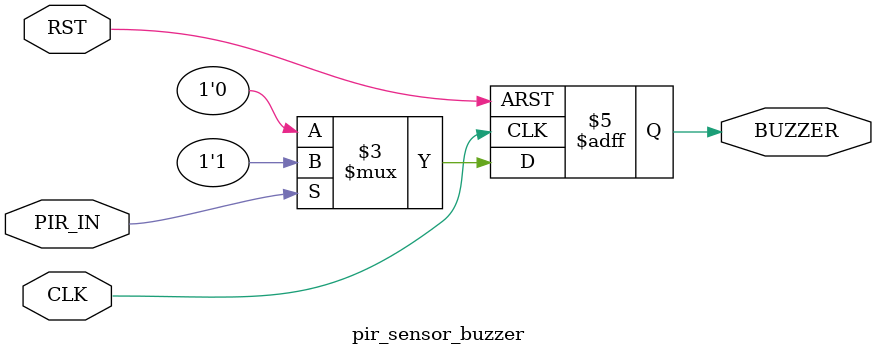
<source format=v>
module pir_sensor_buzzer (
    input wire CLK,       // Clock Signal
    input wire RST,       // Reset Signal
    input wire PIR_IN,    // PIR Sensor Input (HIGH = Motion Detected, LOW = No Motion)
    output reg BUZZER     // Buzzer Output
);

always @(posedge CLK or posedge RST) begin
    if (RST)
        BUZZER <= 0;  // Reset Buzzer
    else begin
        if (PIR_IN)
            BUZZER <= 1;  // Turn on Buzzer when motion is detected
        else
            BUZZER <= 0;  // Turn off Buzzer
    end
end

endmodule

</source>
